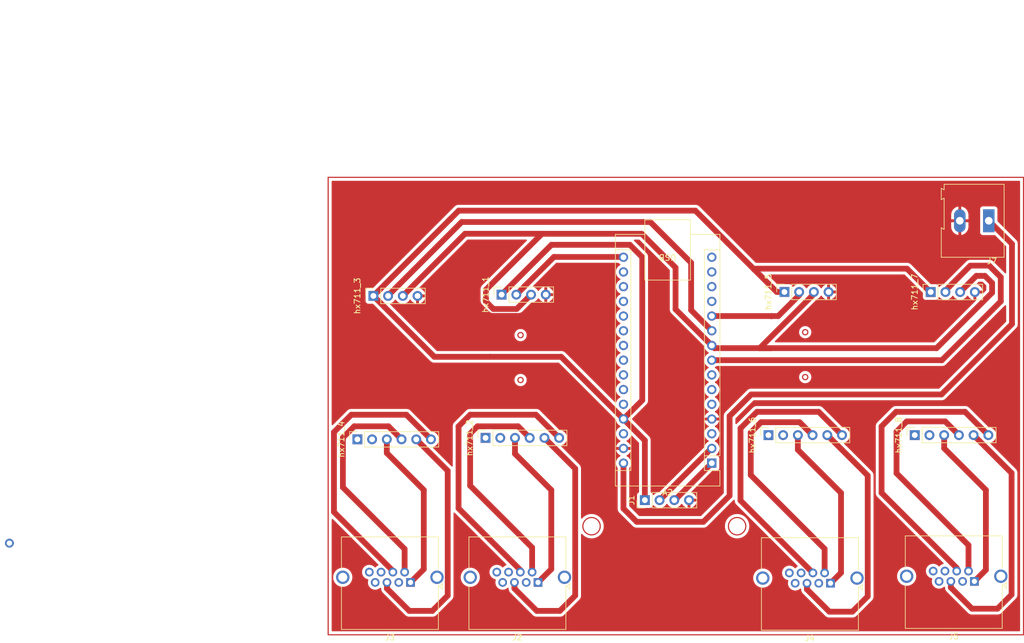
<source format=kicad_pcb>
(kicad_pcb (version 20240108) (generator "pcbnew") (generator_version "8.0")
  (layers (0 "F.Cu" signal) (31 "B.Cu" signal) (34 "B.Paste" user) (35 "F.Paste" user) (36 "B.SilkS" user "B.Silkscreen") (37 "F.SilkS" user "F.Silkscreen") (38 "B.Mask" user) (39 "F.Mask" user) (44 "Edge.Cuts" user))
  (net 0 "")
  (net 6 "5V")
  (net 7 "SCK")
  (net 14 "GND")
  (net 15 "DT4")
  (net 18 "DT1")
  (net 19 "DT2")
  (net 22 "DT3")
  (net 24 "Net-(hx711_2-Pin_4)")
  (net 25 "Net-(hx711_2-Pin_6)")
  (net 26 "Net-(hx711_2-Pin_3)")
  (net 28 "Net-(hx711_2-Pin_5)")
  (net 29 "Net-(hx711_4-Pin_4)")
  (net 30 "Net-(hx711_4-Pin_5)")
  (net 31 "Net-(hx711_4-Pin_3)")
  (net 33 "Net-(hx711_4-Pin_6)")
  (net 35 "Net-(hx711_6-Pin_3)")
  (net 38 "Net-(hx711_6-Pin_6)")
  (net 39 "Net-(hx711_6-Pin_4)")
  (net 40 "Net-(hx711_6-Pin_5)")
  (net 43 "Net-(hx711_8-Pin_3)")
  (net 44 "Net-(hx711_8-Pin_6)")
  (net 45 "Net-(hx711_8-Pin_4)")
  (net 46 "Net-(hx711_8-Pin_5)")
  (net 63 "RX")
  (net 64 "TX")
  (net 68 "unconnected-(A2-D4-Pad7)")
  (net 69 "VIN")
  (footprint "Connector_RJ:RJ45_Amphenol_RJHSE538X" (layer "F.Cu") (at 133.71 142.96 180)
    (property "Reference" "J2" (at 3.56 -9.5 180) (layer "F.SilkS"))
    (property "Value" "RJ45")
    (fp_line (start 11.925 7.86) (end 11.925 2.3) (stroke (width 0.12)) (layer "F.SilkS"))
    (fp_line (start 11.925 -8.11) (end 11.925 -0.5) (stroke (width 0.12)) (layer "F.SilkS"))
    (fp_line (start -4.805 7.86) (end 11.925 7.86) (stroke (width 0.12)) (layer "F.SilkS"))
    (fp_line (start -4.805 7.86) (end -4.805 2.3) (stroke (width 0.12)) (layer "F.SilkS"))
    (fp_line (start -4.805 -8.11) (end 11.925 -8.11) (stroke (width 0.12)) (layer "F.SilkS"))
    (fp_line (start -4.805 -8.11) (end -4.805 -0.5) (stroke (width 0.12)) (layer "F.SilkS"))
    (fp_line (start -5 -0.7) (end -5.5 -0.2) (stroke (width 0.12)) (layer "F.SilkS"))
    (fp_line (start -5.5 -0.2) (end -5.5 -1.2) (stroke (width 0.12)) (layer "F.SilkS"))
    (fp_line (start -5.5 -1.2) (end -5 -0.7) (stroke (width 0.12)) (layer "F.SilkS"))
    (pad "" np_thru_hole circle (at 89.71 98.96 180) (size 3.25 3.25) (drill 3.25) (layers "F&B.Cu" "*.Mask"))
    (pad "" np_thru_hole circle (at 89.71 98.96 180) (size 3.25 3.25) (drill 3.25) (layers "F&B.Cu" "*.Mask"))
    (pad "1" thru_hole rect (at 0 0 180) (size 1.5 1.5) (drill 0.89) (layers "*.Cu" "*.Mask") (net 26 "Net-(hx711_2-Pin_3)"))
    (pad "2" thru_hole circle (at 1.016 1.78 180) (size 1.5 1.5) (drill 0.89) (layers "*.Cu" "*.Mask") (net 24 "Net-(hx711_2-Pin_4)"))
    (pad "3" thru_hole circle (at 2.032 0 180) (size 1.5 1.5) (drill 0.89) (layers "*.Cu" "*.Mask"))
    (pad "4" thru_hole circle (at 3.048 1.78 180) (size 1.5 1.5) (drill 0.89) (layers "*.Cu" "*.Mask") (net 25 "Net-(hx711_2-Pin_6)"))
    (pad "5" thru_hole circle (at 4.064 0 180) (size 1.5 1.5) (drill 0.89) (layers "*.Cu" "*.Mask") (net 28 "Net-(hx711_2-Pin_5)"))
    (pad "6" thru_hole circle (at 5.08 1.78 180) (size 1.5 1.5) (drill 0.89) (layers "*.Cu" "*.Mask"))
    (pad "7" thru_hole circle (at 6.096 0 180) (size 1.5 1.5) (drill 0.89) (layers "*.Cu" "*.Mask"))
    (pad "8" thru_hole circle (at 7.112 1.78 180) (size 1.5 1.5) (drill 0.89) (layers "*.Cu" "*.Mask"))
    (pad "9" thru_hole circle (at 89.71 98.96 180) (size 1.5 1.5) (drill 0.89) (layers "*.Cu" "*.Mask"))
    (pad "10" thru_hole circle (at 89.71 98.96 180) (size 1.5 1.5) (drill 0.89) (layers "*.Cu" "*.Mask"))
    (pad "11" thru_hole circle (at 89.71 98.96 180) (size 1.5 1.5) (drill 0.89) (layers "*.Cu" "*.Mask"))
    (pad "12" thru_hole circle (at 89.71 98.96 180) (size 1.5 1.5) (drill 0.89) (layers "*.Cu" "*.Mask"))
    (pad "SH" thru_hole circle (at -4.57 0.89 180) (size 2.3 2.3) (drill 1.57) (layers "*.Cu" "*.Mask"))
    (pad "SH" thru_hole circle (at 11.69 0.89 180) (size 2.3 2.3) (drill 1.57) (layers "*.Cu" "*.Mask"))
  )
  (footprint "Connector_PinSocket_2.54mm:PinSocket_1x04_P2.54mm_Vertical" (layer "F.Cu") (at 127.43045 93.2566 90)
    (property "Reference" "hx711_1" (at 0 -2.77 90) (layer "F.SilkS"))
    (property "Value" "Conn_01x04_Pin")
    (fp_line (start 1.33 -1.33) (end 1.33 0) (stroke (width 0.12)) (layer "F.SilkS"))
    (fp_line (start 0 -1.33) (end 1.33 -1.33) (stroke (width 0.12)) (layer "F.SilkS"))
    (fp_line (start 1.33 1.27) (end 1.33 8.95) (stroke (width 0.12)) (layer "F.SilkS"))
    (fp_line (start -1.33 1.27) (end 1.33 1.27) (stroke (width 0.12)) (layer "F.SilkS"))
    (fp_line (start -1.33 1.27) (end -1.33 8.95) (stroke (width 0.12)) (layer "F.SilkS"))
    (fp_line (start -1.33 8.95) (end 1.33 8.95) (stroke (width 0.12)) (layer "F.SilkS"))
    (pad "1" thru_hole rect (at 0 0 90) (size 1.7 1.7) (drill 1) (layers "*.Cu" "*.Mask") (net 6 "5V"))
    (pad "2" thru_hole oval (at 0 2.54 90) (size 1.7 1.7) (drill 1) (layers "*.Cu" "*.Mask") (net 18 "DT1"))
    (pad "3" thru_hole oval (at 0 5.08 90) (size 1.7 1.7) (drill 1) (layers "*.Cu" "*.Mask") (net 7 "SCK"))
    (pad "4" thru_hole oval (at 0 7.62 90) (size 1.7 1.7) (drill 1) (layers "*.Cu" "*.Mask") (net 14 "GND"))
  )
  (footprint "Connector_PinSocket_2.54mm:PinSocket_1x06_P2.54mm_Vertical" (layer "F.Cu") (at 198.7225 117.52 90)
    (property "Reference" "hx711_8" (at 0 -2.77 90) (layer "F.SilkS"))
    (property "Value" "Conn_01x06_Pin")
    (fp_line (start 1.33 -1.33) (end 1.33 0) (stroke (width 0.12)) (layer "F.SilkS"))
    (fp_line (start 0 -1.33) (end 1.33 -1.33) (stroke (width 0.12)) (layer "F.SilkS"))
    (fp_line (start 1.33 1.27) (end 1.33 14.03) (stroke (width 0.12)) (layer "F.SilkS"))
    (fp_line (start -1.33 1.27) (end 1.33 1.27) (stroke (width 0.12)) (layer "F.SilkS"))
    (fp_line (start -1.33 1.27) (end -1.33 14.03) (stroke (width 0.12)) (layer "F.SilkS"))
    (fp_line (start -1.33 14.03) (end 1.33 14.03) (stroke (width 0.12)) (layer "F.SilkS"))
    (pad "1" thru_hole rect (at 0 0 90) (size 1.7 1.7) (drill 1) (layers "*.Cu" "*.Mask"))
    (pad "2" thru_hole oval (at 0 2.54 90) (size 1.7 1.7) (drill 1) (layers "*.Cu" "*.Mask"))
    (pad "3" thru_hole oval (at 0 5.08 90) (size 1.7 1.7) (drill 1) (layers "*.Cu" "*.Mask") (net 43 "Net-(hx711_8-Pin_3)"))
    (pad "4" thru_hole oval (at 0 7.62 90) (size 1.7 1.7) (drill 1) (layers "*.Cu" "*.Mask") (net 45 "Net-(hx711_8-Pin_4)"))
    (pad "5" thru_hole oval (at 0 10.16 90) (size 1.7 1.7) (drill 1) (layers "*.Cu" "*.Mask") (net 46 "Net-(hx711_8-Pin_5)"))
    (pad "6" thru_hole oval (at 0 12.7 90) (size 1.7 1.7) (drill 1) (layers "*.Cu" "*.Mask") (net 44 "Net-(hx711_8-Pin_6)"))
  )
  (footprint "Connector_PinSocket_2.54mm:PinSocket_1x04_P2.54mm_Vertical" (layer "F.Cu") (at 201.4798 92.8104 90)
    (property "Reference" "hx711_7" (at 0 -2.77 90) (layer "F.SilkS"))
    (property "Value" "Conn_01x04_Pin")
    (fp_line (start 1.33 -1.33) (end 1.33 0) (stroke (width 0.12)) (layer "F.SilkS"))
    (fp_line (start 0 -1.33) (end 1.33 -1.33) (stroke (width 0.12)) (layer "F.SilkS"))
    (fp_line (start 1.33 1.27) (end 1.33 8.95) (stroke (width 0.12)) (layer "F.SilkS"))
    (fp_line (start -1.33 1.27) (end 1.33 1.27) (stroke (width 0.12)) (layer "F.SilkS"))
    (fp_line (start -1.33 1.27) (end -1.33 8.95) (stroke (width 0.12)) (layer "F.SilkS"))
    (fp_line (start -1.33 8.95) (end 1.33 8.95) (stroke (width 0.12)) (layer "F.SilkS"))
    (pad "1" thru_hole rect (at 0 0 90) (size 1.7 1.7) (drill 1) (layers "*.Cu" "*.Mask") (net 6 "5V"))
    (pad "2" thru_hole oval (at 0 2.54 90) (size 1.7 1.7) (drill 1) (layers "*.Cu" "*.Mask") (net 15 "DT4"))
    (pad "3" thru_hole oval (at 0 5.08 90) (size 1.7 1.7) (drill 1) (layers "*.Cu" "*.Mask") (net 7 "SCK"))
    (pad "4" thru_hole oval (at 0 7.62 90) (size 1.7 1.7) (drill 1) (layers "*.Cu" "*.Mask") (net 14 "GND"))
  )
  (footprint "Connector_PinSocket_2.54mm:PinSocket_1x06_P2.54mm_Vertical" (layer "F.Cu") (at 124.65975 118 90)
    (property "Reference" "hx711_2" (at 0 -2.77 90) (layer "F.SilkS"))
    (property "Value" "Conn_01x06_Pin")
    (fp_line (start 1.33 -1.33) (end 1.33 0) (stroke (width 0.12)) (layer "F.SilkS"))
    (fp_line (start 0 -1.33) (end 1.33 -1.33) (stroke (width 0.12)) (layer "F.SilkS"))
    (fp_line (start 1.33 1.27) (end 1.33 14.03) (stroke (width 0.12)) (layer "F.SilkS"))
    (fp_line (start -1.33 1.27) (end 1.33 1.27) (stroke (width 0.12)) (layer "F.SilkS"))
    (fp_line (start -1.33 1.27) (end -1.33 14.03) (stroke (width 0.12)) (layer "F.SilkS"))
    (fp_line (start -1.33 14.03) (end 1.33 14.03) (stroke (width 0.12)) (layer "F.SilkS"))
    (pad "1" thru_hole rect (at 0 0 90) (size 1.7 1.7) (drill 1) (layers "*.Cu" "*.Mask"))
    (pad "2" thru_hole oval (at 0 2.54 90) (size 1.7 1.7) (drill 1) (layers "*.Cu" "*.Mask"))
    (pad "3" thru_hole oval (at 0 5.08 90) (size 1.7 1.7) (drill 1) (layers "*.Cu" "*.Mask") (net 26 "Net-(hx711_2-Pin_3)"))
    (pad "4" thru_hole oval (at 0 7.62 90) (size 1.7 1.7) (drill 1) (layers "*.Cu" "*.Mask") (net 24 "Net-(hx711_2-Pin_4)"))
    (pad "5" thru_hole oval (at 0 10.16 90) (size 1.7 1.7) (drill 1) (layers "*.Cu" "*.Mask") (net 28 "Net-(hx711_2-Pin_5)"))
    (pad "6" thru_hole oval (at 0 12.7 90) (size 1.7 1.7) (drill 1) (layers "*.Cu" "*.Mask") (net 25 "Net-(hx711_2-Pin_6)"))
  )
  (footprint "Connector_PinSocket_2.54mm:PinSocket_1x04_P2.54mm_Vertical" (layer "F.Cu") (at 105.30295 93.4794 90)
    (property "Reference" "hx711_3" (at 0 -2.77 90) (layer "F.SilkS"))
    (property "Value" "Conn_01x04_Pin")
    (fp_line (start 1.33 -1.33) (end 1.33 0) (stroke (width 0.12)) (layer "F.SilkS"))
    (fp_line (start 0 -1.33) (end 1.33 -1.33) (stroke (width 0.12)) (layer "F.SilkS"))
    (fp_line (start 1.33 1.27) (end 1.33 8.95) (stroke (width 0.12)) (layer "F.SilkS"))
    (fp_line (start -1.33 1.27) (end 1.33 1.27) (stroke (width 0.12)) (layer "F.SilkS"))
    (fp_line (start -1.33 1.27) (end -1.33 8.95) (stroke (width 0.12)) (layer "F.SilkS"))
    (fp_line (start -1.33 8.95) (end 1.33 8.95) (stroke (width 0.12)) (layer "F.SilkS"))
    (pad "1" thru_hole rect (at 0 0 90) (size 1.7 1.7) (drill 1) (layers "*.Cu" "*.Mask") (net 6 "5V"))
    (pad "2" thru_hole oval (at 0 2.54 90) (size 1.7 1.7) (drill 1) (layers "*.Cu" "*.Mask") (net 19 "DT2"))
    (pad "3" thru_hole oval (at 0 5.08 90) (size 1.7 1.7) (drill 1) (layers "*.Cu" "*.Mask") (net 7 "SCK"))
    (pad "4" thru_hole oval (at 0 7.62 90) (size 1.7 1.7) (drill 1) (layers "*.Cu" "*.Mask") (net 14 "GND"))
  )
  (footprint "Connector_RJ:RJ45_Amphenol_RJHSE538X" (layer "F.Cu") (at 184.19 143.1 180)
    (property "Reference" "J4" (at 3.56 -9.5 0) (layer "F.SilkS"))
    (property "Value" "RJ45")
    (fp_line (start 11.925 7.86) (end 11.925 2.3) (stroke (width 0.12)) (layer "F.SilkS"))
    (fp_line (start 11.925 -8.11) (end 11.925 -0.5) (stroke (width 0.12)) (layer "F.SilkS"))
    (fp_line (start -4.805 7.86) (end 11.925 7.86) (stroke (width 0.12)) (layer "F.SilkS"))
    (fp_line (start -4.805 7.86) (end -4.805 2.3) (stroke (width 0.12)) (layer "F.SilkS"))
    (fp_line (start -4.805 -8.11) (end 11.925 -8.11) (stroke (width 0.12)) (layer "F.SilkS"))
    (fp_line (start -4.805 -8.11) (end -4.805 -0.5) (stroke (width 0.12)) (layer "F.SilkS"))
    (fp_line (start -5 -0.7) (end -5.5 -0.2) (stroke (width 0.12)) (layer "F.SilkS"))
    (fp_line (start -5.5 -0.2) (end -5.5 -1.2) (stroke (width 0.12)) (layer "F.SilkS"))
    (fp_line (start -5.5 -1.2) (end -5 -0.7) (stroke (width 0.12)) (layer "F.SilkS"))
    (pad "" np_thru_hole circle (at 140.19 99.1 180) (size 3.25 3.25) (drill 3.25) (layers "F&B.Cu" "*.Mask"))
    (pad "" np_thru_hole circle (at 140.19 99.1 180) (size 3.25 3.25) (drill 3.25) (layers "F&B.Cu" "*.Mask"))
    (pad "1" thru_hole rect (at 0 0 180) (size 1.5 1.5) (drill 0.89) (layers "*.Cu" "*.Mask") (net 35 "Net-(hx711_6-Pin_3)"))
    (pad "2" thru_hole circle (at 1.016 1.78 180) (size 1.5 1.5) (drill 0.89) (layers "*.Cu" "*.Mask") (net 39 "Net-(hx711_6-Pin_4)"))
    (pad "3" thru_hole circle (at 2.032 0 180) (size 1.5 1.5) (drill 0.89) (layers "*.Cu" "*.Mask"))
    (pad "4" thru_hole circle (at 3.048 1.78 180) (size 1.5 1.5) (drill 0.89) (layers "*.Cu" "*.Mask") (net 38 "Net-(hx711_6-Pin_6)"))
    (pad "5" thru_hole circle (at 4.064 0 180) (size 1.5 1.5) (drill 0.89) (layers "*.Cu" "*.Mask") (net 40 "Net-(hx711_6-Pin_5)"))
    (pad "6" thru_hole circle (at 5.08 1.78 180) (size 1.5 1.5) (drill 0.89) (layers "*.Cu" "*.Mask"))
    (pad "7" thru_hole circle (at 6.096 0 180) (size 1.5 1.5) (drill 0.89) (layers "*.Cu" "*.Mask"))
    (pad "8" thru_hole circle (at 7.112 1.78 180) (size 1.5 1.5) (drill 0.89) (layers "*.Cu" "*.Mask"))
    (pad "9" thru_hole circle (at 140.19 99.1 180) (size 1.5 1.5) (drill 0.89) (layers "*.Cu" "*.Mask"))
    (pad "10" thru_hole circle (at 141.2 99.1 180) (size 1.5 1.5) (drill 0.89) (layers "*.Cu" "*.Mask"))
    (pad "11" thru_hole circle (at 141.2 99.1 180) (size 1.5 1.5) (drill 0.89) (layers "*.Cu" "*.Mask"))
    (pad "12" thru_hole circle (at 141.2 99.1 180) (size 1.5 1.5) (drill 0.89) (layers "*.Cu" "*.Mask"))
    (pad "SH" thru_hole circle (at -4.57 0.89 180) (size 2.3 2.3) (drill 1.57) (layers "*.Cu" "*.Mask"))
    (pad "SH" thru_hole circle (at 11.69 0.89 180) (size 2.3 2.3) (drill 1.57) (layers "*.Cu" "*.Mask"))
  )
  (footprint "Connector_PinSocket_2.54mm:PinSocket_1x06_P2.54mm_Vertical" (layer "F.Cu") (at 102.53975 118.25 90)
    (property "Reference" "hx711_4" (at 0 -2.77 90) (layer "F.SilkS"))
    (property "Value" "Conn_01x06_Pin")
    (fp_line (start 1.33 -1.33) (end 1.33 0) (stroke (width 0.12)) (layer "F.SilkS"))
    (fp_line (start 0 -1.33) (end 1.33 -1.33) (stroke (width 0.12)) (layer "F.SilkS"))
    (fp_line (start 1.33 1.27) (end 1.33 14.03) (stroke (width 0.12)) (layer "F.SilkS"))
    (fp_line (start -1.33 1.27) (end 1.33 1.27) (stroke (width 0.12)) (layer "F.SilkS"))
    (fp_line (start -1.33 1.27) (end -1.33 14.03) (stroke (width 0.12)) (layer "F.SilkS"))
    (fp_line (start -1.33 14.03) (end 1.33 14.03) (stroke (width 0.12)) (layer "F.SilkS"))
    (pad "1" thru_hole rect (at 0 0 90) (size 1.7 1.7) (drill 1) (layers "*.Cu" "*.Mask"))
    (pad "2" thru_hole oval (at 0 2.54 90) (size 1.7 1.7) (drill 1) (layers "*.Cu" "*.Mask"))
    (pad "3" thru_hole oval (at 0 5.08 90) (size 1.7 1.7) (drill 1) (layers "*.Cu" "*.Mask") (net 31 "Net-(hx711_4-Pin_3)"))
    (pad "4" thru_hole oval (at 0 7.62 90) (size 1.7 1.7) (drill 1) (layers "*.Cu" "*.Mask") (net 29 "Net-(hx711_4-Pin_4)"))
    (pad "5" thru_hole oval (at 0 10.16 90) (size 1.7 1.7) (drill 1) (layers "*.Cu" "*.Mask") (net 30 "Net-(hx711_4-Pin_5)"))
    (pad "6" thru_hole oval (at 0 12.7 90) (size 1.7 1.7) (drill 1) (layers "*.Cu" "*.Mask") (net 33 "Net-(hx711_4-Pin_6)"))
  )
  (footprint "Module:Arduino_Nano" (layer "F.Cu") (at 163.69975 122.36 180)
    (property "Reference" "A2" (at 7.62 -5.08 0) (layer "F.SilkS"))
    (property "Value" "Arduino_Nano_v3.x")
    (fp_line (start 16.64 39.5) (end 16.64 -3.94) (stroke (width 0.12)) (layer "F.SilkS"))
    (fp_line (start 16.64 39.5) (end 11.56 39.5) (stroke (width 0.12)) (layer "F.SilkS"))
    (fp_line (start 16.64 -3.94) (end -1.4 -3.94) (stroke (width 0.12)) (layer "F.SilkS"))
    (fp_line (start 13.97 36.83) (end 16.64 36.83) (stroke (width 0.12)) (layer "F.SilkS"))
    (fp_line (start 13.97 -1.27) (end 16.64 -1.27) (stroke (width 0.12)) (layer "F.SilkS"))
    (fp_line (start 13.97 -1.27) (end 13.97 36.83) (stroke (width 0.12)) (layer "F.SilkS"))
    (fp_line (start 11.56 42.04) (end 3.68 42.04) (stroke (width 0.12)) (layer "F.SilkS"))
    (fp_line (start 11.56 31.62) (end 11.56 42.04) (stroke (width 0.12)) (layer "F.SilkS"))
    (fp_line (start 3.68 42.04) (end 3.68 31.62) (stroke (width 0.12)) (layer "F.SilkS"))
    (fp_line (start 3.68 31.62) (end 11.56 31.62) (stroke (width 0.12)) (layer "F.SilkS"))
    (fp_line (start 1.27 36.83) (end -1.4 36.83) (stroke (width 0.12)) (layer "F.SilkS"))
    (fp_line (start 1.27 1.27) (end 1.27 36.83) (stroke (width 0.12)) (layer "F.SilkS"))
    (fp_line (start 1.27 1.27) (end 1.27 -1.27) (stroke (width 0.12)) (layer "F.SilkS"))
    (fp_line (start 1.27 1.27) (end -1.4 1.27) (stroke (width 0.12)) (layer "F.SilkS"))
    (fp_line (start 1.27 -1.27) (end -1.4 -1.27) (stroke (width 0.12)) (layer "F.SilkS"))
    (fp_line (start -1.4 39.5) (end 3.68 39.5) (stroke (width 0.12)) (layer "F.SilkS"))
    (fp_line (start -1.4 1.27) (end -1.4 39.5) (stroke (width 0.12)) (layer "F.SilkS"))
    (fp_line (start -1.4 -3.94) (end -1.4 -1.27) (stroke (width 0.12)) (layer "F.SilkS"))
    (fp_text user "USB" (at 7.62 35.56 180) (layer "F.SilkS"))
    (pad "1" thru_hole rect (at 0 0 180) (size 1.6 1.6) (drill 1) (layers "*.Cu" "*.Mask") (net 64 "TX"))
    (pad "2" thru_hole oval (at 0 2.54 180) (size 1.6 1.6) (drill 1) (layers "*.Cu" "*.Mask") (net 63 "RX"))
    (pad "3" thru_hole oval (at 0 5.08 180) (size 1.6 1.6) (drill 1) (layers "*.Cu" "*.Mask"))
    (pad "4" thru_hole oval (at 0 7.62 180) (size 1.6 1.6) (drill 1) (layers "*.Cu" "*.Mask") (net 14 "GND"))
    (pad "5" thru_hole oval (at 0 10.16 180) (size 1.6 1.6) (drill 1) (layers "*.Cu" "*.Mask"))
    (pad "6" thru_hole oval (at 0 12.7 180) (size 1.6 1.6) (drill 1) (layers "*.Cu" "*.Mask"))
    (pad "7" thru_hole oval (at 0 15.24 180) (size 1.6 1.6) (drill 1) (layers "*.Cu" "*.Mask") (net 68 "unconnected-(A2-D4-Pad7)"))
    (pad "8" thru_hole oval (at 0 17.78 180) (size 1.6 1.6) (drill 1) (layers "*.Cu" "*.Mask") (net 15 "DT4"))
    (pad "9" thru_hole oval (at 0 20.32 180) (size 1.6 1.6) (drill 1) (layers "*.Cu" "*.Mask") (net 7 "SCK"))
    (pad "10" thru_hole oval (at 0 22.86 180) (size 1.6 1.6) (drill 1) (layers "*.Cu" "*.Mask") (net 19 "DT2"))
    (pad "11" thru_hole oval (at 0 25.4 180) (size 1.6 1.6) (drill 1) (layers "*.Cu" "*.Mask") (net 22 "DT3"))
    (pad "12" thru_hole oval (at 0 27.94 180) (size 1.6 1.6) (drill 1) (layers "*.Cu" "*.Mask"))
    (pad "13" thru_hole oval (at 0 30.48 180) (size 1.6 1.6) (drill 1) (layers "*.Cu" "*.Mask"))
    (pad "14" thru_hole oval (at 0 33.02 180) (size 1.6 1.6) (drill 1) (layers "*.Cu" "*.Mask"))
    (pad "15" thru_hole oval (at 0 35.56 180) (size 1.6 1.6) (drill 1) (layers "*.Cu" "*.Mask"))
    (pad "16" thru_hole oval (at 15.24 35.56 180) (size 1.6 1.6) (drill 1) (layers "*.Cu" "*.Mask") (net 18 "DT1"))
    (pad "17" thru_hole oval (at 15.24 33.02 180) (size 1.6 1.6) (drill 1) (layers "*.Cu" "*.Mask"))
    (pad "18" thru_hole oval (at 15.24 30.48 180) (size 1.6 1.6) (drill 1) (layers "*.Cu" "*.Mask"))
    (pad "19" thru_hole oval (at 15.24 27.94 180) (size 1.6 1.6) (drill 1) (layers "*.Cu" "*.Mask"))
    (pad "20" thru_hole oval (at 15.24 25.4 180) (size 1.6 1.6) (drill 1) (layers "*.Cu" "*.Mask"))
    (pad "21" thru_hole oval (at 15.24 22.86 180) (size 1.6 1.6) (drill 1) (layers "*.Cu" "*.Mask"))
    (pad "22" thru_hole oval (at 15.24 20.32 180) (size 1.6 1.6) (drill 1) (layers "*.Cu" "*.Mask"))
    (pad "23" thru_hole oval (at 15.24 17.78 180) (size 1.6 1.6) (drill 1) (layers "*.Cu" "*.Mask"))
    (pad "24" thru_hole oval (at 15.24 15.24 180) (size 1.6 1.6) (drill 1) (layers "*.Cu" "*.Mask"))
    (pad "25" thru_hole oval (at 15.24 12.7 180) (size 1.6 1.6) (drill 1) (layers "*.Cu" "*.Mask"))
    (pad "26" thru_hole oval (at 15.24 10.16 180) (size 1.6 1.6) (drill 1) (layers "*.Cu" "*.Mask"))
    (pad "27" thru_hole oval (at 15.24 7.62 180) (size 1.6 1.6) (drill 1) (layers "*.Cu" "*.Mask") (net 6 "5V"))
    (pad "28" thru_hole oval (at 15.24 5.08 180) (size 1.6 1.6) (drill 1) (layers "*.Cu" "*.Mask"))
    (pad "29" thru_hole oval (at 15.24 2.54 180) (size 1.6 1.6) (drill 1) (layers "*.Cu" "*.Mask") (net 14 "GND"))
    (pad "30" thru_hole oval (at 15.24 0 180) (size 1.6 1.6) (drill 1) (layers "*.Cu" "*.Mask") (net 69 "VIN"))
  )
  (footprint "TerminalBlock:TerminalBlock_Altech_AK300-2_P5.00mm" (layer "F.Cu") (at 211.5 80.5 180)
    (property "Reference" "J7" (at -0.54025 -6.99 0) (layer "F.SilkS"))
    (property "Value" "Screw_Terminal_01x02")
    (fp_line (start 8.2 5.6) (end 8.2 3.7) (stroke (width 0.12)) (layer "F.SilkS"))
    (fp_line (start 8.2 3.7) (end 8.2 3.65) (stroke (width 0.12)) (layer "F.SilkS"))
    (fp_line (start 8.2 3.65) (end 7.7 3.9) (stroke (width 0.12)) (layer "F.SilkS"))
    (fp_line (start 8.2 -1.2) (end 8.2 -6.3) (stroke (width 0.12)) (layer "F.SilkS"))
    (fp_line (start 8.2 -6.3) (end -2.65 -6.3) (stroke (width 0.12)) (layer "F.SilkS"))
    (fp_line (start 7.7 6.3) (end 7.7 5.35) (stroke (width 0.12)) (layer "F.SilkS"))
    (fp_line (start 7.7 5.35) (end 8.2 5.6) (stroke (width 0.12)) (layer "F.SilkS"))
    (fp_line (start 7.7 3.9) (end 7.7 -1.5) (stroke (width 0.12)) (layer "F.SilkS"))
    (fp_line (start 7.7 -1.5) (end 8.2 -1.2) (stroke (width 0.12)) (layer "F.SilkS"))
    (fp_line (start -2.65 6.3) (end 7.7 6.3) (stroke (width 0.12)) (layer "F.SilkS"))
    (fp_line (start -2.65 -6.3) (end -2.65 6.3) (stroke (width 0.12)) (layer "F.SilkS"))
    (pad "1" thru_hole rect (at 0 0 180) (size 1.98 3.96) (drill 1.32) (layers "*.Cu" "*.Mask") (net 69 "VIN"))
    (pad "2" thru_hole oval (at 5 0 180) (size 1.98 3.96) (drill 1.32) (layers "*.Cu" "*.Mask") (net 14 "GND"))
  )
  (footprint "Connector_RJ:RJ45_Amphenol_RJHSE538X" (layer "F.Cu") (at 209.016 142.78 180)
    (property "Reference" "J5" (at 3.56 -9.5 0) (layer "F.SilkS"))
    (property "Value" "RJ45")
    (fp_line (start 11.925 7.86) (end 11.925 2.3) (stroke (width 0.12)) (layer "F.SilkS"))
    (fp_line (start 11.925 -8.11) (end 11.925 -0.5) (stroke (width 0.12)) (layer "F.SilkS"))
    (fp_line (start -4.805 7.86) (end 11.925 7.86) (stroke (width 0.12)) (layer "F.SilkS"))
    (fp_line (start -4.805 7.86) (end -4.805 2.3) (stroke (width 0.12)) (layer "F.SilkS"))
    (fp_line (start -4.805 -8.11) (end 11.925 -8.11) (stroke (width 0.12)) (layer "F.SilkS"))
    (fp_line (start -4.805 -8.11) (end -4.805 -0.5) (stroke (width 0.12)) (layer "F.SilkS"))
    (fp_line (start -5 -0.7) (end -5.5 -0.2) (stroke (width 0.12)) (layer "F.SilkS"))
    (fp_line (start -5.5 -0.2) (end -5.5 -1.2) (stroke (width 0.12)) (layer "F.SilkS"))
    (fp_line (start -5.5 -1.2) (end -5 -0.7) (stroke (width 0.12)) (layer "F.SilkS"))
    (pad "" np_thru_hole circle (at 166.522 98.64 180) (size 3.25 3.25) (drill 3.25) (layers "F&B.Cu" "*.Mask"))
    (pad "" np_thru_hole circle (at 166.522 98.64 180) (size 3.25 3.25) (drill 3.25) (layers "F&B.Cu" "*.Mask"))
    (pad "1" thru_hole rect (at 0 0 180) (size 1.5 1.5) (drill 0.89) (layers "*.Cu" "*.Mask") (net 43 "Net-(hx711_8-Pin_3)"))
    (pad "2" thru_hole circle (at 1.016 1.78 180) (size 1.5 1.5) (drill 0.89) (layers "*.Cu" "*.Mask") (net 45 "Net-(hx711_8-Pin_4)"))
    (pad "3" thru_hole circle (at 2.032 0 180) (size 1.5 1.5) (drill 0.89) (layers "*.Cu" "*.Mask"))
    (pad "4" thru_hole circle (at 3.048 1.78 180) (size 1.5 1.5) (drill 0.89) (layers "*.Cu" "*.Mask") (net 44 "Net-(hx711_8-Pin_6)"))
    (pad "5" thru_hole circle (at 4.064 0 180) (size 1.5 1.5) (drill 0.89) (layers "*.Cu" "*.Mask") (net 46 "Net-(hx711_8-Pin_5)"))
    (pad "6" thru_hole circle (at 5.08 1.78 180) (size 1.5 1.5) (drill 0.89) (layers "*.Cu" "*.Mask"))
    (pad "7" thru_hole circle (at 6.096 0 180) (size 1.5 1.5) (drill 0.89) (layers "*.Cu" "*.Mask"))
    (pad "8" thru_hole circle (at 7.112 1.78 180) (size 1.5 1.5) (drill 0.89) (layers "*.Cu" "*.Mask"))
    (pad "9" thru_hole circle (at 166.522 6.6 180) (size 1.5 1.5) (drill 0.89) (layers "*.Cu" "*.Mask"))
    (pad "10" thru_hole circle (at 166.522 98.64 180) (size 1.5 1.5) (drill 0.89) (layers "*.Cu" "*.Mask"))
    (pad "11" thru_hole circle (at 166.522 6.6 180) (size 1.5 1.5) (drill 0.89) (layers "*.Cu" "*.Mask"))
    (pad "12" thru_hole circle (at 166.522 98.64 180) (size 1.5 1.5) (drill 0.89) (layers "*.Cu" "*.Mask"))
    (pad "SH" thru_hole circle (at -4.57 0.89 180) (size 2.3 2.3) (drill 1.57) (layers "*.Cu" "*.Mask"))
    (pad "SH" thru_hole circle (at 11.69 0.89 180) (size 2.3 2.3) (drill 1.57) (layers "*.Cu" "*.Mask"))
  )
  (footprint "Connector_RJ:RJ45_Amphenol_RJHSE538X" (layer "F.Cu") (at 111.71 142.96 180)
    (property "Reference" "J3" (at 3.56 -9.5 0) (layer "F.SilkS"))
    (property "Value" "RJ45")
    (fp_line (start 11.925 7.86) (end 11.925 2.3) (stroke (width 0.12)) (layer "F.SilkS"))
    (fp_line (start 11.925 -8.11) (end 11.925 -0.5) (stroke (width 0.12)) (layer "F.SilkS"))
    (fp_line (start -4.805 7.86) (end 11.925 7.86) (stroke (width 0.12)) (layer "F.SilkS"))
    (fp_line (start -4.805 7.86) (end -4.805 2.3) (stroke (width 0.12)) (layer "F.SilkS"))
    (fp_line (start -4.805 -8.11) (end 11.925 -8.11) (stroke (width 0.12)) (layer "F.SilkS"))
    (fp_line (start -4.805 -8.11) (end -4.805 -0.5) (stroke (width 0.12)) (layer "F.SilkS"))
    (fp_line (start -5 -0.7) (end -5.5 -0.2) (stroke (width 0.12)) (layer "F.SilkS"))
    (fp_line (start -5.5 -0.2) (end -5.5 -1.2) (stroke (width 0.12)) (layer "F.SilkS"))
    (fp_line (start -5.5 -1.2) (end -5 -0.7) (stroke (width 0.12)) (layer "F.SilkS"))
    (pad "" thru_hole circle (at 67.71 98.96 180) (size 1 1) (drill 0.89) (layers "*.Mask"))
    (pad "" thru_hole circle (at 67.71 98.96 180) (size 1.5 1.5) (drill 0.89) (layers "*.Mask"))
    (pad "" np_thru_hole circle (at 67.71 98.96 180) (size 3.25 3.25) (drill 3.25) (layers "F&B.Cu" "*.Mask"))
    (pad "" np_thru_hole circle (at 67.71 98.96 180) (size 3.25 3.25) (drill 3.25) (layers "F&B.Cu" "*.Mask"))
    (pad "1" thru_hole rect (at 0 0 180) (size 1.5 1.5) (drill 0.89) (layers "*.Cu" "*.Mask") (net 31 "Net-(hx711_4-Pin_3)"))
    (pad "2" thru_hole circle (at 1.016 1.78 180) (size 1.5 1.5) (drill 0.89) (layers "*.Cu" "*.Mask") (net 29 "Net-(hx711_4-Pin_4)"))
    (pad "3" thru_hole circle (at 2.032 0 180) (size 1.5 1.5) (drill 0.89) (layers "*.Cu" "*.Mask"))
    (pad "4" thru_hole circle (at 3.048 1.78 180) (size 1.5 1.5) (drill 0.89) (layers "*.Cu" "*.Mask") (net 33 "Net-(hx711_4-Pin_6)"))
    (pad "5" thru_hole circle (at 4.064 0 180) (size 1.5 1.5) (drill 0.89) (layers "*.Cu" "*.Mask") (net 30 "Net-(hx711_4-Pin_5)"))
    (pad "6" thru_hole circle (at 5.08 1.78 180) (size 1.5 1.5) (drill 0.89) (layers "*.Cu" "*.Mask"))
    (pad "7" thru_hole circle (at 6.096 0 180) (size 1.5 1.5) (drill 0.89) (layers "*.Cu" "*.Mask"))
    (pad "8" thru_hole circle (at 7.112 1.78 180) (size 1.5 1.5) (drill 0.89) (layers "*.Cu" "*.Mask"))
    (pad "9" thru_hole circle (at 67.71 98.96 180) (size 1.5 1.5) (drill 0.89) (layers "*.Cu" "*.Mask"))
    (pad "10" thru_hole circle (at 67.71 98.96 180) (size 1.5 1.5) (drill 0.89) (layers "*.Cu" "*.Mask"))
    (pad "SH" thru_hole circle (at -4.57 0.89 180) (size 2.3 2.3) (drill 1.57) (layers "*.Cu" "*.Mask"))
    (pad "SH" thru_hole circle (at 11.69 0.89 180) (size 2.3 2.3) (drill 1.57) (layers "*.Cu" "*.Mask"))
  )
  (footprint "Connector_PinSocket_2.54mm:PinSocket_1x04_P2.54mm_Vertical" (layer "F.Cu") (at 176.2347 92.7971 90)
    (property "Reference" "hx711_5" (at 0 -2.77 90) (layer "F.SilkS"))
    (property "Value" "Conn_01x04_Pin")
    (fp_line (start 1.33 -1.33) (end 1.33 0) (stroke (width 0.12)) (layer "F.SilkS"))
    (fp_line (start 0 -1.33) (end 1.33 -1.33) (stroke (width 0.12)) (layer "F.SilkS"))
    (fp_line (start 1.33 1.27) (end 1.33 8.95) (stroke (width 0.12)) (layer "F.SilkS"))
    (fp_line (start -1.33 1.27) (end 1.33 1.27) (stroke (width 0.12)) (layer "F.SilkS"))
    (fp_line (start -1.33 1.27) (end -1.33 8.95) (stroke (width 0.12)) (layer "F.SilkS"))
    (fp_line (start -1.33 8.95) (end 1.33 8.95) (stroke (width 0.12)) (layer "F.SilkS"))
    (pad "1" thru_hole rect (at 0 0 90) (size 1.7 1.7) (drill 1) (layers "*.Cu" "*.Mask") (net 6 "5V"))
    (pad "2" thru_hole oval (at 0 2.54 90) (size 1.7 1.7) (drill 1) (layers "*.Cu" "*.Mask") (net 22 "DT3"))
    (pad "3" thru_hole oval (at 0 5.08 90) (size 1.7 1.7) (drill 1) (layers "*.Cu" "*.Mask") (net 7 "SCK"))
    (pad "4" thru_hole oval (at 0 7.62 90) (size 1.7 1.7) (drill 1) (layers "*.Cu" "*.Mask") (net 14 "GND"))
  )
  (footprint "Connector_PinSocket_2.54mm:PinSocket_1x06_P2.54mm_Vertical" (layer "F.Cu") (at 173.4725 117.52 90)
    (property "Reference" "hx711_6" (at 0 -2.77 90) (layer "F.SilkS"))
    (property "Value" "Conn_01x06_Pin")
    (fp_line (start 1.33 -1.33) (end 1.33 0) (stroke (width 0.12)) (layer "F.SilkS"))
    (fp_line (start 0 -1.33) (end 1.33 -1.33) (stroke (width 0.12)) (layer "F.SilkS"))
    (fp_line (start 1.33 1.27) (end 1.33 14.03) (stroke (width 0.12)) (layer "F.SilkS"))
    (fp_line (start -1.33 1.27) (end 1.33 1.27) (stroke (width 0.12)) (layer "F.SilkS"))
    (fp_line (start -1.33 1.27) (end -1.33 14.03) (stroke (width 0.12)) (layer "F.SilkS"))
    (fp_line (start -1.33 14.03) (end 1.33 14.03) (stroke (width 0.12)) (layer "F.SilkS"))
    (pad "1" thru_hole rect (at 0 0 90) (size 1.7 1.7) (drill 1) (layers "*.Cu" "*.Mask"))
    (pad "2" thru_hole oval (at 0 2.54 90) (size 1.7 1.7) (drill 1) (layers "*.Cu" "*.Mask"))
    (pad "3" thru_hole oval (at 0 5.08 90) (size 1.7 1.7) (drill 1) (layers "*.Cu" "*.Mask") (net 35 "Net-(hx711_6-Pin_3)"))
    (pad "4" thru_hole oval (at 0 7.62 90) (size 1.7 1.7) (drill 1) (layers "*.Cu" "*.Mask") (net 39 "Net-(hx711_6-Pin_4)"))
    (pad "5" thru_hole oval (at 0 10.16 90) (size 1.7 1.7) (drill 1) (layers "*.Cu" "*.Mask") (net 40 "Net-(hx711_6-Pin_5)"))
    (pad "6" thru_hole oval (at 0 12.7 90) (size 1.7 1.7) (drill 1) (layers "*.Cu" "*.Mask") (net 38 "Net-(hx711_6-Pin_6)"))
  )
  (footprint "Connector_PinHeader_2.54mm:PinHeader_1x04_P2.54mm_Vertical" (layer "F.Cu") (at 152.14975 128.75 90)
    (property "Reference" "J1" (at 0 -2.33 90) (layer "F.SilkS"))
    (property "Value" "Conn_01x04_Pin")
    (fp_line (start -1.33 -1.33) (end 0 -1.33) (stroke (width 0.12)) (layer "F.SilkS"))
    (fp_line (start -1.33 0) (end -1.33 -1.33) (stroke (width 0.12)) (layer "F.SilkS"))
    (fp_line (start 1.33 1.27) (end 1.33 8.95) (stroke (width 0.12)) (layer "F.SilkS"))
    (fp_line (start -1.33 1.27) (end 1.33 1.27) (stroke (width 0.12)) (layer "F.SilkS"))
    (fp_line (start -1.33 1.27) (end -1.33 8.95) (stroke (width 0.12)) (layer "F.SilkS"))
    (fp_line (start -1.33 8.95) (end 1.33 8.95) (stroke (width 0.12)) (layer "F.SilkS"))
    (pad "1" thru_hole rect (at 0 0 90) (size 1.7 1.7) (drill 1) (layers "*.Cu" "*.Mask") (net 6 "5V"))
    (pad "2" thru_hole oval (at 0 2.54 90) (size 1.7 1.7) (drill 1) (layers "*.Cu" "*.Mask") (net 63 "RX"))
    (pad "3" thru_hole oval (at 0 5.08 90) (size 1.7 1.7) (drill 1) (layers "*.Cu" "*.Mask") (net 64 "TX"))
    (pad "4" thru_hole oval (at 0 7.62 90) (size 1.7 1.7) (drill 1) (layers "*.Cu" "*.Mask") (net 14 "GND"))
  )
  (gr_circle (center 130.69975 100.25) (end 131.14975 100.25) (stroke (width 0.2)) (fill none) (layer "F.Cu") (net 15))
  (gr_circle (center 179.82 99.75) (end 180.27 99.75) (stroke (width 0.2)) (fill none) (layer "F.Cu") (net 15))
  (gr_rect (start 97.5 73) (end 217.5 152) (stroke (width 0.2)) (fill none) (layer "F.Cu") (net 53))
  (gr_circle (center 179.82 107.5) (end 180.27 107.5) (stroke (width 0.2)) (fill none) (layer "F.Cu") (net 15))
  (gr_circle (center 142.94975 133.25) (end 144.44975 133.25) (stroke (width 0.2)) (fill none) (layer "F.Cu") (net 69))
  (gr_circle (center 130.69975 108) (end 131.14975 108) (stroke (width 0.2)) (fill none) (layer "F.Cu") (net 15))
  (gr_circle (center 168.07 133.25) (end 169.57 133.25) (stroke (width 0.2)) (fill none) (layer "F.Cu") (net 69))
  (segment (start 115.82355 104) (end 125.44975 104) (width 1) (layer "F.Cu") (net 6))
  (segment (start 160.858282 78.75) (end 120.03235 78.75) (width 1) (layer "F.Cu") (net 6))
  (segment (start 149.568763 84.654914) (end 151.69975 86.785901) (width 1) (layer "F.Cu") (net 6))
  (segment (start 137.71975 104) (end 148.45975 114.74) (width 1) (layer "F.Cu") (net 6))
  (segment (start 151.69975 111.5) (end 148.45975 114.74) (width 1) (layer "F.Cu") (net 6))
  (segment (start 197.378082 88.77) (end 171.23 88.77) (width 1) (layer "F.Cu") (net 6))
  (segment (start 171.23 88.77) (end 171.054141 88.945859) (width 1) (layer "F.Cu") (net 6))
  (segment (start 166.358282 84.25) (end 160.858282 78.75) (width 1) (layer "F.Cu") (net 6))
  (segment (start 125.44975 104) (end 137.71975 104) (width 1) (layer "F.Cu") (net 6))
  (segment (start 152.14975 118.43) (end 148.45975 114.74) (width 1) (layer "F.Cu") (net 6))
  (segment (start 201.418482 92.8104) (end 197.378082 88.77) (width 1) (layer "F.Cu") (net 6))
  (segment (start 174.905382 92.7971) (end 171.054141 88.945859) (width 1) (layer "F.Cu") (net 6))
  (segment (start 136.032136 84.654914) (end 149.568763 84.654914) (width 1) (layer "F.Cu") (net 6))
  (segment (start 176.2347 92.7971) (end 174.905382 92.7971) (width 1) (layer "F.Cu") (net 6))
  (segment (start 105.30295 93.4794) (end 115.82355 104) (width 1) (layer "F.Cu") (net 6))
  (segment (start 118.53235 80.25) (end 105.30295 93.4794) (width 1) (layer "F.Cu") (net 6))
  (segment (start 171.054141 88.945859) (end 166.358282 84.25) (width 1) (layer "F.Cu") (net 6))
  (segment (start 120.03235 78.75) (end 118.53235 80.25) (width 1) (layer "F.Cu") (net 6))
  (segment (start 152.14975 128.75) (end 152.14975 118.43) (width 1) (layer "F.Cu") (net 6))
  (segment (start 127.70545 92.9816) (end 136.032136 84.654914) (width 1) (layer "F.Cu") (net 6))
  (segment (start 201.4798 92.8104) (end 201.418482 92.8104) (width 1) (layer "F.Cu") (net 6))
  (segment (start 151.69975 86.785901) (end 151.69975 111.5) (width 1) (layer "F.Cu") (net 6))
  (segment (start 118.538111 80.244239) (end 118.53235 80.25) (width 1) (layer "F.Cu") (net 6))
  (segment (start 163.69975 102.04) (end 157.44975 95.79) (width 1) (layer "F.Cu") (net 7))
  (segment (start 124.733987 92.403663) (end 134.392623 82.745027) (width 1) (layer "F.Cu") (net 7))
  (segment (start 181.3147 92.7971) (end 181.3147 93.158457) (width 1) (layer "F.Cu") (net 7))
  (segment (start 163.69975 102.04) (end 164.15975 102.5) (width 1) (layer "F.Cu") (net 7))
  (segment (start 181.4109 92.7009) (end 181.3147 92.7971) (width 1) (layer "F.Cu") (net 7))
  (segment (start 121.117323 82.745027) (end 110.38295 93.4794) (width 1) (layer "F.Cu") (net 7))
  (segment (start 209.3502 90.02) (end 210.07 90.02) (width 1) (layer "F.Cu") (net 7))
  (segment (start 157.44975 88.592963) (end 151.606787 82.75) (width 1) (layer "F.Cu") (net 7))
  (segment (start 210.84 90.02) (end 212.07 91.25) (width 1) (layer "F.Cu") (net 7))
  (segment (start 132.51045 93.2566) (end 130.030014 95.737036) (width 1) (layer "F.Cu") (net 7))
  (segment (start 134.392623 82.745027) (end 121.117323 82.745027) (width 1) (layer "F.Cu") (net 7))
  (segment (start 124.733987 94.464599) (end 124.733987 92.403663) (width 1) (layer "F.Cu") (net 7))
  (segment (start 212.07 92.9225) (end 202.921798 102.070702) (width 1) (layer "F.Cu") (net 7))
  (segment (start 126.006424 95.737036) (end 124.733987 94.464599) (width 1) (layer "F.Cu") (net 7))
  (segment (start 206.5598 92.8104) (end 209.3502 90.02) (width 1) (layer "F.Cu") (net 7))
  (segment (start 202.4925 102.5) (end 202.9325 102.06) (width 1) (layer "F.Cu") (net 7))
  (segment (start 130.030014 95.737036) (end 126.006424 95.737036) (width 1) (layer "F.Cu") (net 7))
  (segment (start 212.07 91.25) (end 212.07 92.9225) (width 1) (layer "F.Cu") (net 7))
  (segment (start 181.3147 93.158457) (end 171.973157 102.5) (width 1) (layer "F.Cu") (net 7))
  (segment (start 171.973157 102.5) (end 202.4925 102.5) (width 1) (layer "F.Cu") (net 7))
  (segment (start 210.07 90.02) (end 210.84 90.02) (width 1) (layer "F.Cu") (net 7))
  (segment (start 164.15975 102.5) (end 173.98975 102.5) (width 1) (layer "F.Cu") (net 7))
  (segment (start 151.606787 82.75) (end 134.504384 82.75) (width 1) (layer "F.Cu") (net 7))
  (segment (start 181.5416 92.7009) (end 181.4109 92.7009) (width 1) (layer "F.Cu") (net 7))
  (segment (start 157.44975 95.79) (end 157.44975 88.592963) (width 1) (layer "F.Cu") (net 7))
  (segment (start 213.57 94.4225) (end 213.57 90.25) (width 1) (layer "F.Cu") (net 15))
  (segment (start 163.69975 104.58) (end 203.4125 104.58) (width 1) (layer "F.Cu") (net 15))
  (segment (start 208.32 88.25) (end 204.0198 92.5502) (width 1) (layer "F.Cu") (net 15))
  (segment (start 203.4125 104.58) (end 213.57 94.4225) (width 1) (layer "F.Cu") (net 15))
  (segment (start 213.57 90.25) (end 211.57 88.25) (width 1) (layer "F.Cu") (net 15))
  (segment (start 211.57 88.25) (end 208.32 88.25) (width 1) (layer "F.Cu") (net 15))
  (segment (start 204.0198 92.5502) (end 204.0198 92.8104) (width 1) (layer "F.Cu") (net 15))
  (segment (start 163.69975 104.58) (end 163.700649 104.579101) (width 1) (layer "F.Cu") (net 15))
  (segment (start 131.44975 91.75) (end 131.44975 91.7773) (width 1) (layer "F.Cu") (net 18))
  (segment (start 148.45975 86.8) (end 148.40975 86.75) (width 1) (layer "F.Cu") (net 18))
  (segment (start 136.44975 86.75) (end 131.44975 91.75) (width 1) (layer "F.Cu") (net 18))
  (segment (start 131.44975 91.7773) (end 129.97045 93.2566) (width 1) (layer "F.Cu") (net 18))
  (segment (start 148.40975 86.75) (end 136.44975 86.75) (width 1) (layer "F.Cu") (net 18))
  (segment (start 120.537779 80.716061) (end 153.096842 80.716061) (width 1) (layer "F.Cu") (net 19))
  (segment (start 160.137551 95.937801) (end 163.69975 99.5) (width 1) (layer "F.Cu") (net 19))
  (segment (start 107.84295 93.41089) (end 120.537779 80.716061) (width 1) (layer "F.Cu") (net 19))
  (segment (start 160.137551 87.75677) (end 160.137551 95.937801) (width 1) (layer "F.Cu") (net 19))
  (segment (start 107.84295 93.4794) (end 107.84295 93.41089) (width 1) (layer "F.Cu") (net 19))
  (segment (start 153.096842 80.716061) (end 160.137551 87.75677) (width 1) (layer "F.Cu") (net 19))
  (segment (start 178.7747 93.3571) (end 175.1718 96.96) (width 1) (layer "F.Cu") (net 22))
  (segment (start 175.1718 96.96) (end 173.9925 96.96) (width 1) (layer "F.Cu") (net 22))
  (segment (start 178.7747 92.7971) (end 178.7747 93.3571) (width 1) (layer "F.Cu") (net 22))
  (segment (start 174.0125 96.98) (end 173.9925 96.96) (width 1) (layer "F.Cu") (net 22))
  (segment (start 163.69975 96.96) (end 173.9925 96.96) (width 1) (layer "F.Cu") (net 22))
  (segment (start 132.27975 118) (end 130.27975 116) (width 1) (layer "F.Cu") (net 24))
  (segment (start 122 126.25) (end 132.694 136.944) (width 1) (layer "F.Cu") (net 24))
  (segment (start 132.694 136.944) (end 132.694 141.18) (width 1) (layer "F.Cu") (net 24))
  (segment (start 122 117.262693) (end 122 126.25) (width 1) (layer "F.Cu") (net 24))
  (segment (start 130.27975 116) (end 123.262693 116) (width 1) (layer "F.Cu") (net 24))
  (segment (start 123.262693 116) (end 122 117.262693) (width 1) (layer "F.Cu") (net 24))
  (segment (start 120 116) (end 120 130.164446) (width 1) (layer "F.Cu") (net 25))
  (segment (start 122 114) (end 120 116) (width 1) (layer "F.Cu") (net 25))
  (segment (start 120 130.164446) (end 130.662 140.826446) (width 1) (layer "F.Cu") (net 25))
  (segment (start 130.662 140.826446) (end 130.662 141.18) (width 1) (layer "F.Cu") (net 25))
  (segment (start 137.35975 118) (end 133.35975 114) (width 1) (layer "F.Cu") (net 25))
  (segment (start 133.35975 114) (end 122 114) (width 1) (layer "F.Cu") (net 25))
  (segment (start 133.71 142.96) (end 136 140.67) (width 1) (layer "F.Cu") (net 26))
  (segment (start 136 127) (end 129.73975 120.73975) (width 1) (layer "F.Cu") (net 26))
  (segment (start 136 140.67) (end 136 127) (width 1) (layer "F.Cu") (net 26))
  (segment (start 129.73975 120.73975) (end 129.73975 118) (width 1) (layer "F.Cu") (net 26))
  (segment (start 134.81975 118) (end 140.13 123.31025) (width 1) (layer "F.Cu") (net 28))
  (segment (start 137.483757 147.875) (end 133.50034 147.875) (width 1) (layer "F.Cu") (net 28))
  (segment (start 129.646 144.02066) (end 129.646 142.96) (width 1) (layer "F.Cu") (net 28))
  (segment (start 140.13 123.31025) (end 140.13 145.228757) (width 1) (layer "F.Cu") (net 28))
  (segment (start 133.50034 147.875) (end 129.646 144.02066) (width 1) (layer "F.Cu") (net 28))
  (segment (start 140.13 145.228757) (end 137.483757 147.875) (width 1) (layer "F.Cu") (net 28))
  (segment (start 107.90975 116) (end 110.15975 118.25) (width 1) (layer "F.Cu") (net 29))
  (segment (start 102 116) (end 107.90975 116) (width 1) (layer "F.Cu") (net 29))
  (segment (start 110.694 141.18) (end 110.694 137.194) (width 1) (layer "F.Cu") (net 29))
  (segment (start 100.0422 117.9578) (end 102 116) (width 1) (layer "F.Cu") (net 29))
  (segment (start 100.0422 126.5422) (end 100.0422 117.9578) (width 1) (layer "F.Cu") (net 29))
  (segment (start 110.694 137.194) (end 100.0422 126.5422) (width 1) (layer "F.Cu") (net 29))
  (segment (start 107.646 144.02066) (end 107.646 142.96) (width 1) (layer "F.Cu") (net 30))
  (segment (start 118.13 123.68025) (end 118.13 145.228757) (width 1) (layer "F.Cu") (net 30))
  (segment (start 115.483757 147.875) (end 111.50034 147.875) (width 1) (layer "F.Cu") (net 30))
  (segment (start 112.69975 118.25) (end 118.13 123.68025) (width 1) (layer "F.Cu") (net 30))
  (segment (start 118.13 145.228757) (end 115.483757 147.875) (width 1) (layer "F.Cu") (net 30))
  (segment (start 111.50034 147.875) (end 107.646 144.02066) (width 1) (layer "F.Cu") (net 30))
  (segment (start 107.61975 118.25) (end 107.61975 120.61975) (width 1) (layer "F.Cu") (net 31))
  (segment (start 114 127) (end 114 140.67) (width 1) (layer "F.Cu") (net 31))
  (segment (start 114 140.67) (end 111.71 142.96) (width 1) (layer "F.Cu") (net 31))
  (segment (start 107.61975 120.61975) (end 114 127) (width 1) (layer "F.Cu") (net 31))
  (segment (start 111.71 142.96) (end 111.71 142.97861) (width 1) (layer "F.Cu") (net 31))
  (segment (start 108.662 140.96189) (end 98.5 130.79989) (width 1) (layer "F.Cu") (net 33))
  (segment (start 98.5 130.79989) (end 98.5 117) (width 1) (layer "F.Cu") (net 33))
  (segment (start 101.5 114) (end 110.98975 114) (width 1) (layer "F.Cu") (net 33))
  (segment (start 108.662 141.18) (end 108.662 140.96189) (width 1) (layer "F.Cu") (net 33))
  (segment (start 98.5 117) (end 101.5 114) (width 1) (layer "F.Cu") (net 33))
  (segment (start 110.98975 114) (end 115.23975 118.25) (width 1) (layer "F.Cu") (net 33))
  (segment (start 186 127.5) (end 178.5525 120.0525) (width 1) (layer "F.Cu") (net 35))
  (segment (start 186 141.29) (end 186 127.5) (width 1) (layer "F.Cu") (net 35))
  (segment (start 178.5525 120.0525) (end 178.5525 117.52) (width 1) (layer "F.Cu") (net 35))
  (segment (start 184.19 143.1) (end 186 141.29) (width 1) (layer "F.Cu") (net 35))
  (segment (start 168.656 116.344) (end 168.656 128.81539) (width 1) (layer "F.Cu") (net 38))
  (segment (start 181.142 141.30139) (end 181.142 141.32) (width 1) (layer "F.Cu") (net 38))
  (segment (start 168.656 128.81539) (end 181.142 141.30139) (width 1) (layer "F.Cu") (net 38))
  (segment (start 171.5 113.5) (end 168.656 116.344) (width 1) (layer "F.Cu") (net 38))
  (segment (start 182.1525 113.5) (end 171.5 113.5) (width 1) (layer "F.Cu") (net 38))
  (segment (start 186.1725 117.52) (end 182.1525 113.5) (width 1) (layer "F.Cu") (net 38))
  (segment (start 172.208603 115.291397) (end 178.863897 115.291397) (width 1) (layer "F.Cu") (net 39))
  (segment (start 170.424705 117.075295) (end 172.208603 115.291397) (width 1) (layer "F.Cu") (net 39))
  (segment (start 170.424705 124.424705) (end 170.424705 117.075295) (width 1) (layer "F.Cu") (net 39))
  (segment (start 183.174 141.32) (end 183.174 137.174) (width 1) (layer "F.Cu") (net 39))
  (segment (start 183.174 137.174) (end 170.424705 124.424705) (width 1) (layer "F.Cu") (net 39))
  (segment (start 178.863897 115.291397) (end 181.0925 117.52) (width 1) (layer "F.Cu") (net 39))
  (segment (start 187.963757 148.015) (end 190.61 145.368757) (width 1) (layer "F.Cu") (net 40))
  (segment (start 180.126 144.16066) (end 183.98034 148.015) (width 1) (layer "F.Cu") (net 40))
  (segment (start 190.61 124.4975) (end 183.6325 117.52) (width 1) (layer "F.Cu") (net 40))
  (segment (start 183.98034 148.015) (end 187.963757 148.015) (width 1) (layer "F.Cu") (net 40))
  (segment (start 190.61 145.368757) (end 190.61 124.4975) (width 1) (layer "F.Cu") (net 40))
  (segment (start 180.126 143.1) (end 180.126 144.16066) (width 1) (layer "F.Cu") (net 40))
  (segment (start 203.8025 119.8025) (end 203.8025 117.52) (width 1) (layer "F.Cu") (net 43))
  (segment (start 211 140.796) (end 211 127) (width 1) (layer "F.Cu") (net 43))
  (segment (start 209.016 142.78) (end 211 140.796) (width 1) (layer "F.Cu") (net 43))
  (segment (start 211 127) (end 203.8025 119.8025) (width 1) (layer "F.Cu") (net 43))
  (segment (start 195.5 113.5) (end 193 116) (width 1) (layer "F.Cu") (net 44))
  (segment (start 193 127.5) (end 205.968 140.468) (width 1) (layer "F.Cu") (net 44))
  (segment (start 207.4025 113.5) (end 195.5 113.5) (width 1) (layer "F.Cu") (net 44))
  (segment (start 211.4225 117.52) (end 207.4025 113.5) (width 1) (layer "F.Cu") (net 44))
  (segment (start 205.968 140.468) (end 205.968 141) (width 1) (layer "F.Cu") (net 44))
  (segment (start 193 116) (end 193 127.5) (width 1) (layer "F.Cu") (net 44))
  (segment (start 195.580611 124.108272) (end 208 136.527661) (width 1) (layer "F.Cu") (net 45))
  (segment (start 195.580611 116.919389) (end 195.580611 124.108272) (width 1) (layer "F.Cu") (net 45))
  (segment (start 206.3425 117.52) (end 203.976486 115.153986) (width 1) (layer "F.Cu") (net 45))
  (segment (start 203.976486 115.153986) (end 197.346014 115.153986) (width 1) (layer "F.Cu") (net 45))
  (segment (start 197.346014 115.153986) (end 195.580611 116.919389) (width 1) (layer "F.Cu") (net 45))
  (segment (start 208 136.527661) (end 208 141) (width 1) (layer "F.Cu") (net 45))
  (segment (start 204.952 142.78) (end 204.952 143.84066) (width 1) (layer "F.Cu") (net 46))
  (segment (start 208.61134 147.5) (end 213 147.5) (width 1) (layer "F.Cu") (net 46))
  (segment (start 213 147.5) (end 215.436 145.064) (width 1) (layer "F.Cu") (net 46))
  (segment (start 215.436 145.064) (end 215.436 124.0735) (width 1) (layer "F.Cu") (net 46))
  (segment (start 204.952 143.84066) (end 208.61134 147.5) (width 1) (layer "F.Cu") (net 46))
  (segment (start 215.436 124.0735) (end 208.8825 117.52) (width 1) (layer "F.Cu") (net 46))
  (segment (start 163.61975 119.82) (end 163.69975 119.82) (width 1) (layer "F.Cu") (net 63))
  (segment (start 154.68975 128.75) (end 163.61975 119.82) (width 1) (layer "F.Cu") (net 63))
  (segment (start 157.52975 128.75) (end 157.52975 128.53) (width 1) (layer "F.Cu") (net 64))
  (segment (start 157.30975 128.75) (end 163.69975 122.36) (width 1) (layer "F.Cu") (net 64))
  (segment (start 157.22975 128.75) (end 157.30975 128.75) (width 1) (layer "F.Cu") (net 64))
  (segment (start 163.81975 107) (end 163.69975 107.12) (width 1) (layer "F.Cu") (net 68))
  (segment (start 215.5 98.338165) (end 203.338165 110.5) (width 1) (layer "F.Cu") (net 69))
  (segment (start 203.338165 110.5) (end 170.5 110.5) (width 1) (layer "F.Cu") (net 69))
  (segment (start 170.5 110.5) (end 166.77306 114.22694) (width 1) (layer "F.Cu") (net 69))
  (segment (start 211.5 80.5) (end 215.5 84.5) (width 1) (layer "F.Cu") (net 69))
  (segment (start 148.45975 130.207056) (end 148.45975 122.36) (width 1) (layer "F.Cu") (net 69))
  (segment (start 150.752694 132.5) (end 148.45975 130.207056) (width 1) (layer "F.Cu") (net 69))
  (segment (start 162.25 132.5) (end 150.752694 132.5) (width 1) (layer "F.Cu") (net 69))
  (segment (start 166.77306 127.97694) (end 162.25 132.5) (width 1) (layer "F.Cu") (net 69))
  (segment (start 166.77306 114.22694) (end 166.77306 127.97694) (width 1) (layer "F.Cu") (net 69))
  (segment (start 215.5 84.5) (end 215.5 98.338165) (width 1) (layer "F.Cu") (net 69))
  (zone (net 14) (net_name "GND") (layer "F.Cu") (connect_pads (clearance 0.5)) (min_thickness 0.25) (fill yes (thermal_gap 0.5) (thermal_bridge_width 0.5))
    (polygon (pts (xy 97.5 73) (xy 97.5 152) (xy 217.5 152) (xy 217.5 73)))
  )
)
</source>
